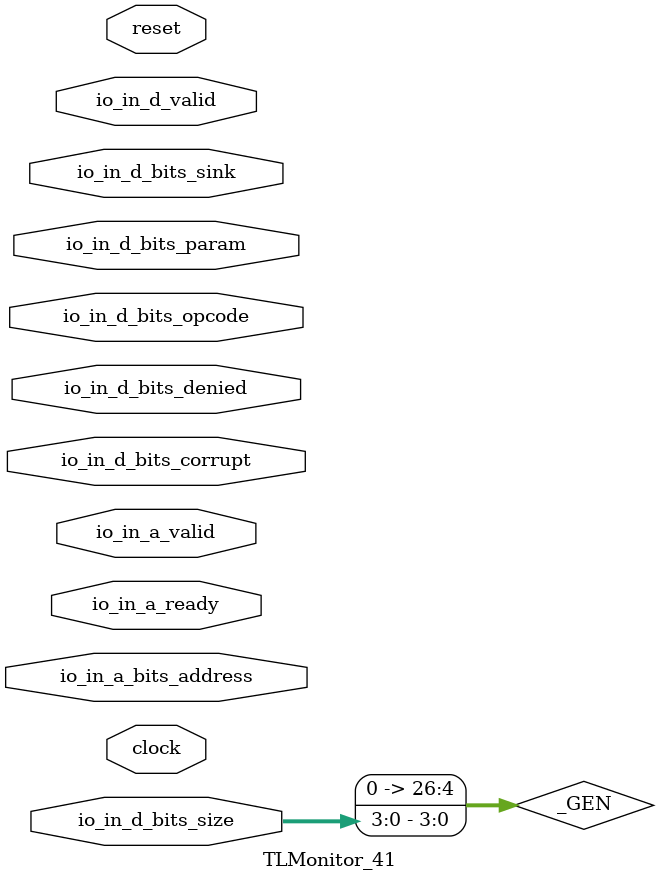
<source format=sv>
`ifndef RANDOMIZE
  `ifdef RANDOMIZE_REG_INIT
    `define RANDOMIZE
  `endif // RANDOMIZE_REG_INIT
`endif // not def RANDOMIZE
`ifndef RANDOMIZE
  `ifdef RANDOMIZE_MEM_INIT
    `define RANDOMIZE
  `endif // RANDOMIZE_MEM_INIT
`endif // not def RANDOMIZE

`ifndef RANDOM
  `define RANDOM $random
`endif // not def RANDOM

// Users can define 'PRINTF_COND' to add an extra gate to prints.
`ifndef PRINTF_COND_
  `ifdef PRINTF_COND
    `define PRINTF_COND_ (`PRINTF_COND)
  `else  // PRINTF_COND
    `define PRINTF_COND_ 1
  `endif // PRINTF_COND
`endif // not def PRINTF_COND_

// Users can define 'ASSERT_VERBOSE_COND' to add an extra gate to assert error printing.
`ifndef ASSERT_VERBOSE_COND_
  `ifdef ASSERT_VERBOSE_COND
    `define ASSERT_VERBOSE_COND_ (`ASSERT_VERBOSE_COND)
  `else  // ASSERT_VERBOSE_COND
    `define ASSERT_VERBOSE_COND_ 1
  `endif // ASSERT_VERBOSE_COND
`endif // not def ASSERT_VERBOSE_COND_

// Users can define 'STOP_COND' to add an extra gate to stop conditions.
`ifndef STOP_COND_
  `ifdef STOP_COND
    `define STOP_COND_ (`STOP_COND)
  `else  // STOP_COND
    `define STOP_COND_ 1
  `endif // STOP_COND
`endif // not def STOP_COND_

// Users can define INIT_RANDOM as general code that gets injected into the
// initializer block for modules with registers.
`ifndef INIT_RANDOM
  `define INIT_RANDOM
`endif // not def INIT_RANDOM

// If using random initialization, you can also define RANDOMIZE_DELAY to
// customize the delay used, otherwise 0.002 is used.
`ifndef RANDOMIZE_DELAY
  `define RANDOMIZE_DELAY 0.002
`endif // not def RANDOMIZE_DELAY

// Define INIT_RANDOM_PROLOG_ for use in our modules below.
`ifndef INIT_RANDOM_PROLOG_
  `ifdef RANDOMIZE
    `ifdef VERILATOR
      `define INIT_RANDOM_PROLOG_ `INIT_RANDOM
    `else  // VERILATOR
      `define INIT_RANDOM_PROLOG_ `INIT_RANDOM #`RANDOMIZE_DELAY begin end
    `endif // VERILATOR
  `else  // RANDOMIZE
    `define INIT_RANDOM_PROLOG_
  `endif // RANDOMIZE
`endif // not def INIT_RANDOM_PROLOG_

module TLMonitor_41(
  input        clock,
               reset,
               io_in_a_ready,
               io_in_a_valid,
  input [31:0] io_in_a_bits_address,
  input        io_in_d_valid,
  input [2:0]  io_in_d_bits_opcode,
  input [1:0]  io_in_d_bits_param,
  input [3:0]  io_in_d_bits_size,
  input [2:0]  io_in_d_bits_sink,
  input        io_in_d_bits_denied,
               io_in_d_bits_corrupt
);

  wire [31:0] _plusarg_reader_1_out;	// @[PlusArg.scala:80:11]
  wire [31:0] _plusarg_reader_out;	// @[PlusArg.scala:80:11]
  wire        a_set = io_in_a_ready & io_in_a_valid;	// @[Decoupled.scala:51:35]
  reg  [8:0]  d_first_counter;	// @[Edges.scala:229:27]
  reg  [2:0]  opcode_1;	// @[Monitor.scala:535:22]
  reg  [1:0]  param_1;	// @[Monitor.scala:536:22]
  reg  [3:0]  size_1;	// @[Monitor.scala:537:22]
  reg         source_1;	// @[Monitor.scala:538:22]
  reg  [2:0]  sink;	// @[Monitor.scala:539:22]
  reg         denied;	// @[Monitor.scala:540:22]
  reg         inflight;	// @[Monitor.scala:611:27]
  reg  [3:0]  inflight_opcodes;	// @[Monitor.scala:613:35]
  reg  [7:0]  inflight_sizes;	// @[Monitor.scala:615:33]
  reg  [8:0]  d_first_counter_1;	// @[Edges.scala:229:27]
  wire        d_first_1 = d_first_counter_1 == 9'h0;	// @[Edges.scala:229:27, :231:25]
  wire        d_release_ack = io_in_d_bits_opcode == 3'h6;	// @[Monitor.scala:81:25, :670:46]
  reg  [31:0] watchdog;	// @[Monitor.scala:706:27]
  reg  [8:0]  d_first_counter_2;	// @[Edges.scala:229:27]
  wire        d_first_2 = d_first_counter_2 == 9'h0;	// @[Edges.scala:229:27, :231:25]
  wire [26:0] _GEN = {23'h0, io_in_d_bits_size};	// @[package.scala:235:71]
  wire [26:0] _d_first_beats1_decode_T_1 = 27'hFFF << _GEN;	// @[package.scala:235:71]
  wire [26:0] _d_first_beats1_decode_T_5 = 27'hFFF << _GEN;	// @[package.scala:235:71]
  wire [26:0] _d_first_beats1_decode_T_9 = 27'hFFF << _GEN;	// @[package.scala:235:71]
  wire        d_clr = io_in_d_valid & d_first_1 & ~d_release_ack;	// @[Edges.scala:231:25, Monitor.scala:670:46, :671:74, :675:72]
  wire        _T_1133 = io_in_d_valid & ~(|d_first_counter);	// @[Edges.scala:229:27, :231:25, Monitor.scala:549:20]
  always @(posedge clock) begin
    if (reset) begin
      d_first_counter <= 9'h0;	// @[Edges.scala:229:27]
      inflight <= 1'h0;	// @[Monitor.scala:611:27]
      inflight_opcodes <= 4'h0;	// @[Misc.scala:205:21, Monitor.scala:613:35, :657:77]
      inflight_sizes <= 8'h0;	// @[Monitor.scala:615:33, :745:35]
      d_first_counter_1 <= 9'h0;	// @[Edges.scala:229:27]
      watchdog <= 32'h0;	// @[Bundles.scala:259:74, Monitor.scala:706:27]
      d_first_counter_2 <= 9'h0;	// @[Edges.scala:229:27]
    end
    else begin
      if (io_in_d_valid) begin
        if (|d_first_counter)	// @[Edges.scala:229:27, :231:25]
          d_first_counter <= d_first_counter - 9'h1;	// @[Edges.scala:229:27, :230:28]
        else if (io_in_d_bits_opcode[0])	// @[Edges.scala:106:36]
          d_first_counter <= ~(_d_first_beats1_decode_T_1[11:3]);	// @[Edges.scala:229:27, package.scala:235:{46,71,76}]
        else	// @[Edges.scala:106:36]
          d_first_counter <= 9'h0;	// @[Edges.scala:229:27]
        if (d_first_1) begin	// @[Edges.scala:231:25]
          if (io_in_d_bits_opcode[0])	// @[Edges.scala:106:36]
            d_first_counter_1 <= ~(_d_first_beats1_decode_T_5[11:3]);	// @[Edges.scala:229:27, package.scala:235:{46,71,76}]
          else	// @[Edges.scala:106:36]
            d_first_counter_1 <= 9'h0;	// @[Edges.scala:229:27]
        end
        else	// @[Edges.scala:231:25]
          d_first_counter_1 <= d_first_counter_1 - 9'h1;	// @[Edges.scala:229:27, :230:28]
        if (d_first_2) begin	// @[Edges.scala:231:25]
          if (io_in_d_bits_opcode[0])	// @[Edges.scala:106:36]
            d_first_counter_2 <= ~(_d_first_beats1_decode_T_9[11:3]);	// @[Edges.scala:229:27, package.scala:235:{46,71,76}]
          else	// @[Edges.scala:106:36]
            d_first_counter_2 <= 9'h0;	// @[Edges.scala:229:27]
        end
        else	// @[Edges.scala:231:25]
          d_first_counter_2 <= d_first_counter_2 - 9'h1;	// @[Edges.scala:229:27, :230:28]
      end
      inflight <= (inflight | a_set) & ~d_clr;	// @[Decoupled.scala:51:35, Monitor.scala:611:27, :675:72, :702:{27,36,38}]
      inflight_opcodes <= (inflight_opcodes | (a_set ? 4'h9 : 4'h0)) & ~{4{d_clr}};	// @[Decoupled.scala:51:35, Misc.scala:205:21, Monitor.scala:613:35, :627:33, :652:72, :654:61, :656:28, :657:77, :665:33, :675:{72,91}, :677:21, :703:{43,60,62}]
      inflight_sizes <= (inflight_sizes | (a_set ? {3'h0, a_set ? 5'hD : 5'h0} : 8'h0)) & ~{8{d_clr}};	// @[Decoupled.scala:51:35, Monitor.scala:615:33, :629:31, :645:38, :652:72, :655:{28,59}, :657:28, :667:31, :675:{72,91}, :678:21, :704:{39,54,56}, :745:35]
      if (a_set | io_in_d_valid)	// @[Decoupled.scala:51:35, Monitor.scala:712:27]
        watchdog <= 32'h0;	// @[Bundles.scala:259:74, Monitor.scala:706:27]
      else	// @[Monitor.scala:712:27]
        watchdog <= watchdog + 32'h1;	// @[Monitor.scala:706:27, :711:26]
    end
    if (_T_1133) begin	// @[Monitor.scala:549:20]
      opcode_1 <= io_in_d_bits_opcode;	// @[Monitor.scala:535:22]
      param_1 <= io_in_d_bits_param;	// @[Monitor.scala:536:22]
      size_1 <= io_in_d_bits_size;	// @[Monitor.scala:537:22]
      sink <= io_in_d_bits_sink;	// @[Monitor.scala:539:22]
      denied <= io_in_d_bits_denied;	// @[Monitor.scala:540:22]
    end
    source_1 <= ~_T_1133 & source_1;	// @[Monitor.scala:538:22, :549:{20,32}, :553:15]
  end // always @(posedge)
  `ifndef SYNTHESIS
    wire  [7:0][2:0] _GEN_0 = '{3'h4, 3'h5, 3'h2, 3'h1, 3'h1, 3'h1, 3'h0, 3'h0};	// @[Monitor.scala:690:38]
    wire  [7:0][2:0] _GEN_1 = '{3'h4, 3'h4, 3'h2, 3'h1, 3'h1, 3'h1, 3'h0, 3'h0};	// @[Monitor.scala:689:38]
    wire             _GEN_2 = io_in_d_valid & io_in_d_bits_opcode == 3'h6;	// @[Monitor.scala:81:25, :310:{25,52}]
    wire             _GEN_3 = io_in_d_bits_size < 4'h3;	// @[Monitor.scala:312:27]
    wire             _GEN_4 = io_in_d_valid & io_in_d_bits_opcode == 3'h4;	// @[Monitor.scala:318:{25,47}]
    wire             _GEN_5 = io_in_d_bits_param == 2'h2;	// @[Bundles.scala:111:27, Monitor.scala:323:28]
    wire             _GEN_6 = io_in_d_valid & io_in_d_bits_opcode == 3'h5;	// @[Monitor.scala:146:25, :328:{25,51}]
    wire             _GEN_7 = io_in_d_valid & io_in_d_bits_opcode == 3'h0;	// @[Monitor.scala:338:{25,51}]
    wire             _GEN_8 = io_in_d_valid & io_in_d_bits_opcode == 3'h1;	// @[Monitor.scala:346:{25,55}, :686:39]
    wire             _GEN_9 = io_in_d_valid & io_in_d_bits_opcode == 3'h2;	// @[Monitor.scala:354:{25,49}, :640:42]
    wire             _T_1107 = io_in_d_valid & (|d_first_counter);	// @[Edges.scala:229:27, :231:25, Monitor.scala:541:19]
    wire             _T_1186 = io_in_d_valid & d_first_1;	// @[Edges.scala:231:25, Monitor.scala:671:26]
    wire             _T_1157 = _T_1186 & ~d_release_ack;	// @[Monitor.scala:670:46, :671:{26,74}, :680:71]
    wire             _GEN_10 = _T_1157 & io_in_a_valid;	// @[Monitor.scala:680:71, :684:30]
    wire             _GEN_11 = _T_1157 & ~io_in_a_valid;	// @[Monitor.scala:680:71, :684:30]
    wire             _T_1243 = io_in_d_valid & d_first_2 & d_release_ack;	// @[Edges.scala:231:25, Monitor.scala:670:46, :791:71]
    always @(posedge clock) begin	// @[Monitor.scala:42:11]
      if (io_in_a_valid & ~reset & ~(io_in_a_bits_address[31:12] == 20'h3 | io_in_a_bits_address[31:13] == 19'h0 | io_in_a_bits_address[31:12] == 20'h4 | io_in_a_bits_address[31:16] == 16'h1 | {io_in_a_bits_address[31:17] ^ 15'h8, io_in_a_bits_address[15:12]} == 19'h0 | io_in_a_bits_address[31:16] == 16'h200 | io_in_a_bits_address[31:12] == 20'h2010 | io_in_a_bits_address[31:26] == 6'h3 | io_in_a_bits_address[31:12] == 20'h54000 | io_in_a_bits_address[31:28] == 4'h8)) begin	// @[Monitor.scala:42:11, Parameters.scala:137:{31,45,65}, :673:26]
        if (`ASSERT_VERBOSE_COND_)	// @[Monitor.scala:42:11]
          $error("Assertion failed: 'A' channel carries Get type which slave claims it can't support (connected at Frontend.scala:386:21)\n    at Monitor.scala:42 assert(cond, message)\n");	// @[Monitor.scala:42:11]
        if (`STOP_COND_)	// @[Monitor.scala:42:11]
          $fatal;	// @[Monitor.scala:42:11]
      end
      if (io_in_a_valid & ~reset & (|(io_in_a_bits_address[5:0]))) begin	// @[Edges.scala:21:{16,24}, Monitor.scala:42:11]
        if (`ASSERT_VERBOSE_COND_)	// @[Monitor.scala:42:11]
          $error("Assertion failed: 'A' channel Get address not aligned to size (connected at Frontend.scala:386:21)\n    at Monitor.scala:42 assert(cond, message)\n");	// @[Monitor.scala:42:11]
        if (`STOP_COND_)	// @[Monitor.scala:42:11]
          $fatal;	// @[Monitor.scala:42:11]
      end
      if (io_in_d_valid & ~reset & (&io_in_d_bits_opcode)) begin	// @[Bundles.scala:45:24, Monitor.scala:49:11]
        if (`ASSERT_VERBOSE_COND_)	// @[Monitor.scala:49:11]
          $error("Assertion failed: 'D' channel has invalid opcode (connected at Frontend.scala:386:21)\n    at Monitor.scala:49 assert(cond, message)\n");	// @[Monitor.scala:49:11]
        if (`STOP_COND_)	// @[Monitor.scala:49:11]
          $fatal;	// @[Monitor.scala:49:11]
      end
      if (_GEN_2 & ~reset & _GEN_3) begin	// @[Monitor.scala:49:11, :310:52, :312:27]
        if (`ASSERT_VERBOSE_COND_)	// @[Monitor.scala:49:11]
          $error("Assertion failed: 'D' channel ReleaseAck smaller than a beat (connected at Frontend.scala:386:21)\n    at Monitor.scala:49 assert(cond, message)\n");	// @[Monitor.scala:49:11]
        if (`STOP_COND_)	// @[Monitor.scala:49:11]
          $fatal;	// @[Monitor.scala:49:11]
      end
      if (_GEN_2 & ~reset & (|io_in_d_bits_param)) begin	// @[Monitor.scala:49:11, :310:52, :313:28]
        if (`ASSERT_VERBOSE_COND_)	// @[Monitor.scala:49:11]
          $error("Assertion failed: 'D' channel ReleaseeAck carries invalid param (connected at Frontend.scala:386:21)\n    at Monitor.scala:49 assert(cond, message)\n");	// @[Monitor.scala:49:11]
        if (`STOP_COND_)	// @[Monitor.scala:49:11]
          $fatal;	// @[Monitor.scala:49:11]
      end
      if (_GEN_2 & ~reset & io_in_d_bits_corrupt) begin	// @[Monitor.scala:49:11, :310:52]
        if (`ASSERT_VERBOSE_COND_)	// @[Monitor.scala:49:11]
          $error("Assertion failed: 'D' channel ReleaseAck is corrupt (connected at Frontend.scala:386:21)\n    at Monitor.scala:49 assert(cond, message)\n");	// @[Monitor.scala:49:11]
        if (`STOP_COND_)	// @[Monitor.scala:49:11]
          $fatal;	// @[Monitor.scala:49:11]
      end
      if (_GEN_2 & ~reset & io_in_d_bits_denied) begin	// @[Monitor.scala:49:11, :310:52]
        if (`ASSERT_VERBOSE_COND_)	// @[Monitor.scala:49:11]
          $error("Assertion failed: 'D' channel ReleaseAck is denied (connected at Frontend.scala:386:21)\n    at Monitor.scala:49 assert(cond, message)\n");	// @[Monitor.scala:49:11]
        if (`STOP_COND_)	// @[Monitor.scala:49:11]
          $fatal;	// @[Monitor.scala:49:11]
      end
      if (_GEN_4 & ~reset & _GEN_3) begin	// @[Monitor.scala:49:11, :312:27, :318:47]
        if (`ASSERT_VERBOSE_COND_)	// @[Monitor.scala:49:11]
          $error("Assertion failed: 'D' channel Grant smaller than a beat (connected at Frontend.scala:386:21)\n    at Monitor.scala:49 assert(cond, message)\n");	// @[Monitor.scala:49:11]
        if (`STOP_COND_)	// @[Monitor.scala:49:11]
          $fatal;	// @[Monitor.scala:49:11]
      end
      if (_GEN_4 & ~reset & (&io_in_d_bits_param)) begin	// @[Bundles.scala:105:26, Monitor.scala:49:11, :318:47]
        if (`ASSERT_VERBOSE_COND_)	// @[Monitor.scala:49:11]
          $error("Assertion failed: 'D' channel Grant carries invalid cap param (connected at Frontend.scala:386:21)\n    at Monitor.scala:49 assert(cond, message)\n");	// @[Monitor.scala:49:11]
        if (`STOP_COND_)	// @[Monitor.scala:49:11]
          $fatal;	// @[Monitor.scala:49:11]
      end
      if (_GEN_4 & ~reset & _GEN_5) begin	// @[Monitor.scala:49:11, :318:47, :323:28]
        if (`ASSERT_VERBOSE_COND_)	// @[Monitor.scala:49:11]
          $error("Assertion failed: 'D' channel Grant carries toN param (connected at Frontend.scala:386:21)\n    at Monitor.scala:49 assert(cond, message)\n");	// @[Monitor.scala:49:11]
        if (`STOP_COND_)	// @[Monitor.scala:49:11]
          $fatal;	// @[Monitor.scala:49:11]
      end
      if (_GEN_4 & ~reset & io_in_d_bits_corrupt) begin	// @[Monitor.scala:49:11, :318:47]
        if (`ASSERT_VERBOSE_COND_)	// @[Monitor.scala:49:11]
          $error("Assertion failed: 'D' channel Grant is corrupt (connected at Frontend.scala:386:21)\n    at Monitor.scala:49 assert(cond, message)\n");	// @[Monitor.scala:49:11]
        if (`STOP_COND_)	// @[Monitor.scala:49:11]
          $fatal;	// @[Monitor.scala:49:11]
      end
      if (_GEN_6 & ~reset & _GEN_3) begin	// @[Monitor.scala:49:11, :312:27, :328:51]
        if (`ASSERT_VERBOSE_COND_)	// @[Monitor.scala:49:11]
          $error("Assertion failed: 'D' channel GrantData smaller than a beat (connected at Frontend.scala:386:21)\n    at Monitor.scala:49 assert(cond, message)\n");	// @[Monitor.scala:49:11]
        if (`STOP_COND_)	// @[Monitor.scala:49:11]
          $fatal;	// @[Monitor.scala:49:11]
      end
      if (_GEN_6 & ~reset & (&io_in_d_bits_param)) begin	// @[Bundles.scala:105:26, Monitor.scala:49:11, :328:51]
        if (`ASSERT_VERBOSE_COND_)	// @[Monitor.scala:49:11]
          $error("Assertion failed: 'D' channel GrantData carries invalid cap param (connected at Frontend.scala:386:21)\n    at Monitor.scala:49 assert(cond, message)\n");	// @[Monitor.scala:49:11]
        if (`STOP_COND_)	// @[Monitor.scala:49:11]
          $fatal;	// @[Monitor.scala:49:11]
      end
      if (_GEN_6 & ~reset & _GEN_5) begin	// @[Monitor.scala:49:11, :323:28, :328:51]
        if (`ASSERT_VERBOSE_COND_)	// @[Monitor.scala:49:11]
          $error("Assertion failed: 'D' channel GrantData carries toN param (connected at Frontend.scala:386:21)\n    at Monitor.scala:49 assert(cond, message)\n");	// @[Monitor.scala:49:11]
        if (`STOP_COND_)	// @[Monitor.scala:49:11]
          $fatal;	// @[Monitor.scala:49:11]
      end
      if (_GEN_6 & ~reset & ~(~io_in_d_bits_denied | io_in_d_bits_corrupt)) begin	// @[Monitor.scala:49:11, :328:51, :334:{15,30}]
        if (`ASSERT_VERBOSE_COND_)	// @[Monitor.scala:49:11]
          $error("Assertion failed: 'D' channel GrantData is denied but not corrupt (connected at Frontend.scala:386:21)\n    at Monitor.scala:49 assert(cond, message)\n");	// @[Monitor.scala:49:11]
        if (`STOP_COND_)	// @[Monitor.scala:49:11]
          $fatal;	// @[Monitor.scala:49:11]
      end
      if (_GEN_7 & ~reset & (|io_in_d_bits_param)) begin	// @[Monitor.scala:49:11, :338:51, :341:28]
        if (`ASSERT_VERBOSE_COND_)	// @[Monitor.scala:49:11]
          $error("Assertion failed: 'D' channel AccessAck carries invalid param (connected at Frontend.scala:386:21)\n    at Monitor.scala:49 assert(cond, message)\n");	// @[Monitor.scala:49:11]
        if (`STOP_COND_)	// @[Monitor.scala:49:11]
          $fatal;	// @[Monitor.scala:49:11]
      end
      if (_GEN_7 & ~reset & io_in_d_bits_corrupt) begin	// @[Monitor.scala:49:11, :338:51]
        if (`ASSERT_VERBOSE_COND_)	// @[Monitor.scala:49:11]
          $error("Assertion failed: 'D' channel AccessAck is corrupt (connected at Frontend.scala:386:21)\n    at Monitor.scala:49 assert(cond, message)\n");	// @[Monitor.scala:49:11]
        if (`STOP_COND_)	// @[Monitor.scala:49:11]
          $fatal;	// @[Monitor.scala:49:11]
      end
      if (_GEN_8 & ~reset & (|io_in_d_bits_param)) begin	// @[Monitor.scala:49:11, :346:55, :349:28]
        if (`ASSERT_VERBOSE_COND_)	// @[Monitor.scala:49:11]
          $error("Assertion failed: 'D' channel AccessAckData carries invalid param (connected at Frontend.scala:386:21)\n    at Monitor.scala:49 assert(cond, message)\n");	// @[Monitor.scala:49:11]
        if (`STOP_COND_)	// @[Monitor.scala:49:11]
          $fatal;	// @[Monitor.scala:49:11]
      end
      if (_GEN_8 & ~reset & ~(~io_in_d_bits_denied | io_in_d_bits_corrupt)) begin	// @[Monitor.scala:49:11, :346:55, :350:{15,30}]
        if (`ASSERT_VERBOSE_COND_)	// @[Monitor.scala:49:11]
          $error("Assertion failed: 'D' channel AccessAckData is denied but not corrupt (connected at Frontend.scala:386:21)\n    at Monitor.scala:49 assert(cond, message)\n");	// @[Monitor.scala:49:11]
        if (`STOP_COND_)	// @[Monitor.scala:49:11]
          $fatal;	// @[Monitor.scala:49:11]
      end
      if (_GEN_9 & ~reset & (|io_in_d_bits_param)) begin	// @[Monitor.scala:49:11, :354:49, :357:28]
        if (`ASSERT_VERBOSE_COND_)	// @[Monitor.scala:49:11]
          $error("Assertion failed: 'D' channel HintAck carries invalid param (connected at Frontend.scala:386:21)\n    at Monitor.scala:49 assert(cond, message)\n");	// @[Monitor.scala:49:11]
        if (`STOP_COND_)	// @[Monitor.scala:49:11]
          $fatal;	// @[Monitor.scala:49:11]
      end
      if (_GEN_9 & ~reset & io_in_d_bits_corrupt) begin	// @[Monitor.scala:49:11, :354:49]
        if (`ASSERT_VERBOSE_COND_)	// @[Monitor.scala:49:11]
          $error("Assertion failed: 'D' channel HintAck is corrupt (connected at Frontend.scala:386:21)\n    at Monitor.scala:49 assert(cond, message)\n");	// @[Monitor.scala:49:11]
        if (`STOP_COND_)	// @[Monitor.scala:49:11]
          $fatal;	// @[Monitor.scala:49:11]
      end
      if (_T_1107 & ~reset & io_in_d_bits_opcode != opcode_1) begin	// @[Monitor.scala:49:11, :535:22, :541:19, :542:29]
        if (`ASSERT_VERBOSE_COND_)	// @[Monitor.scala:49:11]
          $error("Assertion failed: 'D' channel opcode changed within multibeat operation (connected at Frontend.scala:386:21)\n    at Monitor.scala:49 assert(cond, message)\n");	// @[Monitor.scala:49:11]
        if (`STOP_COND_)	// @[Monitor.scala:49:11]
          $fatal;	// @[Monitor.scala:49:11]
      end
      if (_T_1107 & ~reset & io_in_d_bits_param != param_1) begin	// @[Monitor.scala:49:11, :536:22, :541:19, :543:29]
        if (`ASSERT_VERBOSE_COND_)	// @[Monitor.scala:49:11]
          $error("Assertion failed: 'D' channel param changed within multibeat operation (connected at Frontend.scala:386:21)\n    at Monitor.scala:49 assert(cond, message)\n");	// @[Monitor.scala:49:11]
        if (`STOP_COND_)	// @[Monitor.scala:49:11]
          $fatal;	// @[Monitor.scala:49:11]
      end
      if (_T_1107 & ~reset & io_in_d_bits_size != size_1) begin	// @[Monitor.scala:49:11, :537:22, :541:19, :544:29]
        if (`ASSERT_VERBOSE_COND_)	// @[Monitor.scala:49:11]
          $error("Assertion failed: 'D' channel size changed within multibeat operation (connected at Frontend.scala:386:21)\n    at Monitor.scala:49 assert(cond, message)\n");	// @[Monitor.scala:49:11]
        if (`STOP_COND_)	// @[Monitor.scala:49:11]
          $fatal;	// @[Monitor.scala:49:11]
      end
      if (_T_1107 & ~reset & source_1) begin	// @[Monitor.scala:49:11, :538:22, :541:19]
        if (`ASSERT_VERBOSE_COND_)	// @[Monitor.scala:49:11]
          $error("Assertion failed: 'D' channel source changed within multibeat operation (connected at Frontend.scala:386:21)\n    at Monitor.scala:49 assert(cond, message)\n");	// @[Monitor.scala:49:11]
        if (`STOP_COND_)	// @[Monitor.scala:49:11]
          $fatal;	// @[Monitor.scala:49:11]
      end
      if (_T_1107 & ~reset & io_in_d_bits_sink != sink) begin	// @[Monitor.scala:49:11, :539:22, :541:19, :546:29]
        if (`ASSERT_VERBOSE_COND_)	// @[Monitor.scala:49:11]
          $error("Assertion failed: 'D' channel sink changed with multibeat operation (connected at Frontend.scala:386:21)\n    at Monitor.scala:49 assert(cond, message)\n");	// @[Monitor.scala:49:11]
        if (`STOP_COND_)	// @[Monitor.scala:49:11]
          $fatal;	// @[Monitor.scala:49:11]
      end
      if (_T_1107 & ~reset & io_in_d_bits_denied != denied) begin	// @[Monitor.scala:49:11, :540:22, :541:19, :547:29]
        if (`ASSERT_VERBOSE_COND_)	// @[Monitor.scala:49:11]
          $error("Assertion failed: 'D' channel denied changed with multibeat operation (connected at Frontend.scala:386:21)\n    at Monitor.scala:49 assert(cond, message)\n");	// @[Monitor.scala:49:11]
        if (`STOP_COND_)	// @[Monitor.scala:49:11]
          $fatal;	// @[Monitor.scala:49:11]
      end
      if (a_set & ~reset & inflight) begin	// @[Decoupled.scala:51:35, Monitor.scala:42:11, :611:27]
        if (`ASSERT_VERBOSE_COND_)	// @[Monitor.scala:42:11]
          $error("Assertion failed: 'A' channel re-used a source ID (connected at Frontend.scala:386:21)\n    at Monitor.scala:42 assert(cond, message)\n");	// @[Monitor.scala:42:11]
        if (`STOP_COND_)	// @[Monitor.scala:42:11]
          $fatal;	// @[Monitor.scala:42:11]
      end
      if (_T_1157 & ~reset & ~(inflight | io_in_a_valid)) begin	// @[Monitor.scala:49:11, :611:27, :680:71, :682:49]
        if (`ASSERT_VERBOSE_COND_)	// @[Monitor.scala:49:11]
          $error("Assertion failed: 'D' channel acknowledged for nothing inflight (connected at Frontend.scala:386:21)\n    at Monitor.scala:49 assert(cond, message)\n");	// @[Monitor.scala:49:11]
        if (`STOP_COND_)	// @[Monitor.scala:49:11]
          $fatal;	// @[Monitor.scala:49:11]
      end
      if (_GEN_10 & ~reset & ~(io_in_d_bits_opcode == 3'h1 | io_in_d_bits_opcode == 3'h1)) begin	// @[Monitor.scala:49:11, :684:30, :685:{38,77}, :686:39]
        if (`ASSERT_VERBOSE_COND_)	// @[Monitor.scala:49:11]
          $error("Assertion failed: 'D' channel contains improper opcode response (connected at Frontend.scala:386:21)\n    at Monitor.scala:49 assert(cond, message)\n");	// @[Monitor.scala:49:11]
        if (`STOP_COND_)	// @[Monitor.scala:49:11]
          $fatal;	// @[Monitor.scala:49:11]
      end
      if (_GEN_10 & ~reset & io_in_d_bits_size != 4'h6) begin	// @[Monitor.scala:49:11, :684:30, :687:36]
        if (`ASSERT_VERBOSE_COND_)	// @[Monitor.scala:49:11]
          $error("Assertion failed: 'D' channel contains improper response size (connected at Frontend.scala:386:21)\n    at Monitor.scala:49 assert(cond, message)\n");	// @[Monitor.scala:49:11]
        if (`STOP_COND_)	// @[Monitor.scala:49:11]
          $fatal;	// @[Monitor.scala:49:11]
      end
      if (_GEN_11 & ~reset & ~(io_in_d_bits_opcode == _GEN_1[inflight_opcodes[3:1]] | io_in_d_bits_opcode == _GEN_0[inflight_opcodes[3:1]])) begin	// @[Monitor.scala:42:11, :49:11, :613:35, :634:152, :684:30, :689:{38,72}, :690:38]
        if (`ASSERT_VERBOSE_COND_)	// @[Monitor.scala:49:11]
          $error("Assertion failed: 'D' channel contains improper opcode response (connected at Frontend.scala:386:21)\n    at Monitor.scala:49 assert(cond, message)\n");	// @[Monitor.scala:49:11]
        if (`STOP_COND_)	// @[Monitor.scala:49:11]
          $fatal;	// @[Monitor.scala:49:11]
      end
      if (_GEN_11 & ~reset & {4'h0, io_in_d_bits_size} != {1'h0, inflight_sizes[7:1]}) begin	// @[Misc.scala:205:21, Monitor.scala:42:11, :49:11, :615:33, :638:{19,144}, :657:77, :684:30, :691:36]
        if (`ASSERT_VERBOSE_COND_)	// @[Monitor.scala:49:11]
          $error("Assertion failed: 'D' channel contains improper response size (connected at Frontend.scala:386:21)\n    at Monitor.scala:49 assert(cond, message)\n");	// @[Monitor.scala:49:11]
        if (`STOP_COND_)	// @[Monitor.scala:49:11]
          $fatal;	// @[Monitor.scala:49:11]
      end
      if (_T_1186 & io_in_a_valid & ~d_release_ack & ~reset & ~io_in_a_ready) begin	// @[Monitor.scala:49:11, :670:46, :671:{26,74}]
        if (`ASSERT_VERBOSE_COND_)	// @[Monitor.scala:49:11]
          $error("Assertion failed: ready check\n    at Monitor.scala:49 assert(cond, message)\n");	// @[Monitor.scala:49:11]
        if (`STOP_COND_)	// @[Monitor.scala:49:11]
          $fatal;	// @[Monitor.scala:49:11]
      end
      if (~reset & ~(io_in_a_valid != (_T_1186 & ~d_release_ack) | ~io_in_a_valid)) begin	// @[Monitor.scala:49:11, :670:46, :671:{26,71,74}, :699:{29,48,51}]
        if (`ASSERT_VERBOSE_COND_)	// @[Monitor.scala:49:11]
          $error("Assertion failed: 'A' and 'D' concurrent, despite minlatency 4 (connected at Frontend.scala:386:21)\n    at Monitor.scala:49 assert(cond, message)\n");	// @[Monitor.scala:49:11]
        if (`STOP_COND_)	// @[Monitor.scala:49:11]
          $fatal;	// @[Monitor.scala:49:11]
      end
      if (~reset & ~(~inflight | _plusarg_reader_out == 32'h0 | watchdog < _plusarg_reader_out)) begin	// @[Bundles.scala:259:74, Monitor.scala:42:11, :611:27, :706:27, :709:{16,39,47,59}, PlusArg.scala:80:11]
        if (`ASSERT_VERBOSE_COND_)	// @[Monitor.scala:42:11]
          $error("Assertion failed: TileLink timeout expired (connected at Frontend.scala:386:21)\n    at Monitor.scala:42 assert(cond, message)\n");	// @[Monitor.scala:42:11]
        if (`STOP_COND_)	// @[Monitor.scala:42:11]
          $fatal;	// @[Monitor.scala:42:11]
      end
      if (_T_1243 & ~reset) begin	// @[Monitor.scala:49:11, :791:71]
        if (`ASSERT_VERBOSE_COND_)	// @[Monitor.scala:49:11]
          $error("Assertion failed: 'D' channel acknowledged for nothing inflight (connected at Frontend.scala:386:21)\n    at Monitor.scala:49 assert(cond, message)\n");	// @[Monitor.scala:49:11]
        if (`STOP_COND_)	// @[Monitor.scala:49:11]
          $fatal;	// @[Monitor.scala:49:11]
      end
      if (_T_1243 & ~reset & (|io_in_d_bits_size)) begin	// @[Monitor.scala:49:11, :791:71, :797:36]
        if (`ASSERT_VERBOSE_COND_)	// @[Monitor.scala:49:11]
          $error("Assertion failed: 'D' channel contains improper response size (connected at Frontend.scala:386:21)\n    at Monitor.scala:49 assert(cond, message)\n");	// @[Monitor.scala:49:11]
        if (`STOP_COND_)	// @[Monitor.scala:49:11]
          $fatal;	// @[Monitor.scala:49:11]
      end
    end // always @(posedge)
    `ifdef FIRRTL_BEFORE_INITIAL
      `FIRRTL_BEFORE_INITIAL
    `endif // FIRRTL_BEFORE_INITIAL
    logic [31:0]     _RANDOM_0;
    logic [31:0]     _RANDOM_1;
    logic [31:0]     _RANDOM_2;
    logic [31:0]     _RANDOM_3;
    logic [31:0]     _RANDOM_4;
    logic [31:0]     _RANDOM_5;
    initial begin
      `ifdef INIT_RANDOM_PROLOG_
        `INIT_RANDOM_PROLOG_
      `endif // INIT_RANDOM_PROLOG_
      `ifdef RANDOMIZE_REG_INIT
        _RANDOM_0 = `RANDOM;
        _RANDOM_1 = `RANDOM;
        _RANDOM_2 = `RANDOM;
        _RANDOM_3 = `RANDOM;
        _RANDOM_4 = `RANDOM;
        _RANDOM_5 = `RANDOM;
        d_first_counter = _RANDOM_1[28:20];	// @[Edges.scala:229:27]
        opcode_1 = _RANDOM_1[31:29];	// @[Edges.scala:229:27, Monitor.scala:535:22]
        param_1 = _RANDOM_2[1:0];	// @[Monitor.scala:536:22]
        size_1 = _RANDOM_2[5:2];	// @[Monitor.scala:536:22, :537:22]
        source_1 = _RANDOM_2[6];	// @[Monitor.scala:536:22, :538:22]
        sink = _RANDOM_2[9:7];	// @[Monitor.scala:536:22, :539:22]
        denied = _RANDOM_2[10];	// @[Monitor.scala:536:22, :540:22]
        inflight = _RANDOM_2[11];	// @[Monitor.scala:536:22, :611:27]
        inflight_opcodes = _RANDOM_2[15:12];	// @[Monitor.scala:536:22, :613:35]
        inflight_sizes = _RANDOM_2[23:16];	// @[Monitor.scala:536:22, :615:33]
        d_first_counter_1 = _RANDOM_3[9:1];	// @[Edges.scala:229:27]
        watchdog = {_RANDOM_3[31:10], _RANDOM_4[9:0]};	// @[Edges.scala:229:27, Monitor.scala:706:27]
        d_first_counter_2 = _RANDOM_5[8:0];	// @[Edges.scala:229:27]
      `endif // RANDOMIZE_REG_INIT
    end // initial
    `ifdef FIRRTL_AFTER_INITIAL
      `FIRRTL_AFTER_INITIAL
    `endif // FIRRTL_AFTER_INITIAL
  `endif // not def SYNTHESIS
  plusarg_reader #(
    .FORMAT("tilelink_timeout=%d"),
    .DEFAULT(0),
    .WIDTH(32)
  ) plusarg_reader (	// @[PlusArg.scala:80:11]
    .out (_plusarg_reader_out)
  );
  plusarg_reader #(
    .FORMAT("tilelink_timeout=%d"),
    .DEFAULT(0),
    .WIDTH(32)
  ) plusarg_reader_1 (	// @[PlusArg.scala:80:11]
    .out (_plusarg_reader_1_out)
  );
endmodule


</source>
